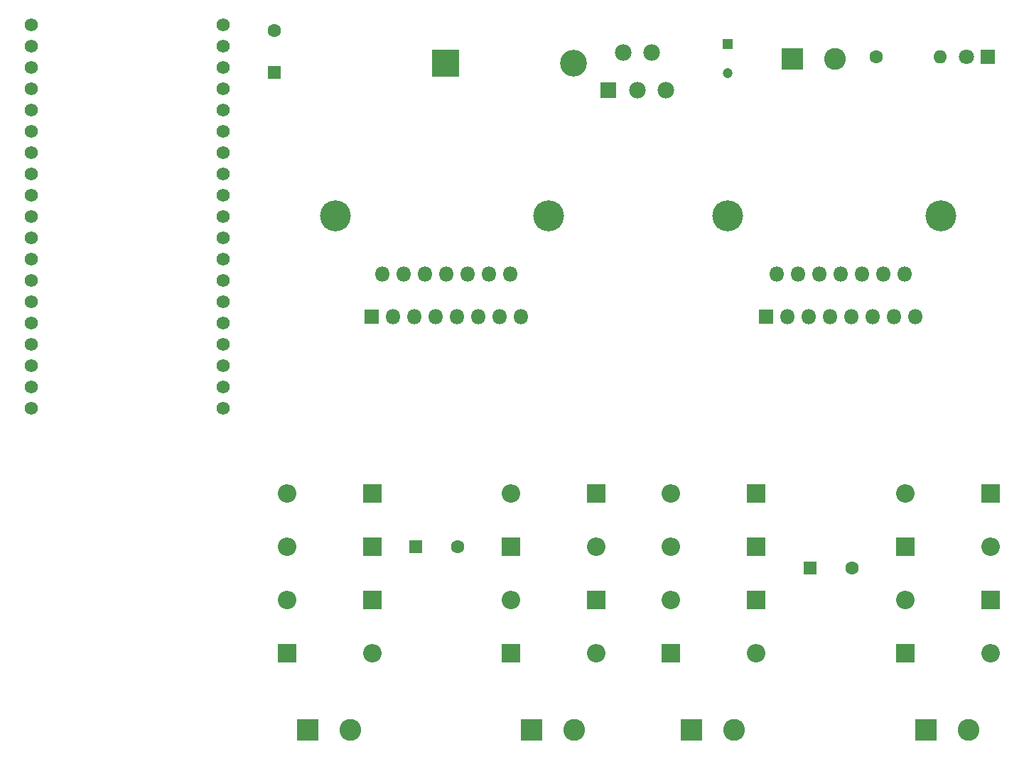
<source format=gbs>
G04 #@! TF.GenerationSoftware,KiCad,Pcbnew,(6.0.5-0)*
G04 #@! TF.CreationDate,2022-09-20T15:19:48+05:30*
G04 #@! TF.ProjectId,FitBot,46697442-6f74-42e6-9b69-6361645f7063,v01*
G04 #@! TF.SameCoordinates,Original*
G04 #@! TF.FileFunction,Soldermask,Bot*
G04 #@! TF.FilePolarity,Negative*
%FSLAX46Y46*%
G04 Gerber Fmt 4.6, Leading zero omitted, Abs format (unit mm)*
G04 Created by KiCad (PCBNEW (6.0.5-0)) date 2022-09-20 15:19:48*
%MOMM*%
%LPD*%
G01*
G04 APERTURE LIST*
%ADD10C,1.560000*%
%ADD11R,2.200000X2.200000*%
%ADD12O,2.200000X2.200000*%
%ADD13R,2.600000X2.600000*%
%ADD14C,2.600000*%
%ADD15R,1.800000X1.800000*%
%ADD16O,1.800000X1.800000*%
%ADD17C,1.600000*%
%ADD18O,1.600000X1.600000*%
%ADD19R,1.981200X1.981200*%
%ADD20C,1.981200*%
%ADD21C,1.200000*%
%ADD22R,1.200000X1.200000*%
%ADD23C,3.686000*%
%ADD24R,1.600000X1.600000*%
%ADD25C,1.800000*%
%ADD26R,3.200000X3.200000*%
%ADD27O,3.200000X3.200000*%
G04 APERTURE END LIST*
D10*
G04 #@! TO.C,U2*
X62230000Y-85090000D03*
X62230000Y-82550000D03*
X62230000Y-80010000D03*
X62230000Y-77470000D03*
X62230000Y-74930000D03*
X62230000Y-72390000D03*
X62230000Y-69850000D03*
X62230000Y-67310000D03*
X62230000Y-64770000D03*
X62230000Y-62230000D03*
X62230000Y-59690000D03*
X62230000Y-57150000D03*
X62230000Y-54610000D03*
X62230000Y-52070000D03*
X62230000Y-49530000D03*
X62230000Y-46990000D03*
X62230000Y-44450000D03*
X62230000Y-41910000D03*
X62230000Y-39370000D03*
X39370000Y-39370000D03*
X39370000Y-41910000D03*
X39370000Y-44450000D03*
X39370000Y-46990000D03*
X39370000Y-49530000D03*
X39370000Y-52070000D03*
X39370000Y-54610000D03*
X39370000Y-57150000D03*
X39370000Y-59690000D03*
X39370000Y-62230000D03*
X39370000Y-64770000D03*
X39370000Y-67310000D03*
X39370000Y-69850000D03*
X39370000Y-72390000D03*
X39370000Y-74930000D03*
X39370000Y-77470000D03*
X39370000Y-80010000D03*
X39370000Y-82550000D03*
X39370000Y-85090000D03*
G04 #@! TD*
D11*
G04 #@! TO.C,D16*
X153670000Y-95250000D03*
D12*
X143510000Y-95250000D03*
G04 #@! TD*
D13*
G04 #@! TO.C,J3*
X99055000Y-123495000D03*
D14*
X104135000Y-123495000D03*
G04 #@! TD*
D15*
G04 #@! TO.C,U3*
X126995000Y-74185000D03*
D16*
X128265000Y-69105000D03*
X129535000Y-74185000D03*
X130805000Y-69105000D03*
X132075000Y-74185000D03*
X133345000Y-69105000D03*
X134615000Y-74185000D03*
X135885000Y-69105000D03*
X137155000Y-74185000D03*
X138425000Y-69105000D03*
X139695000Y-74185000D03*
X140965000Y-69105000D03*
X142235000Y-74185000D03*
X143505000Y-69105000D03*
X144775000Y-74185000D03*
G04 #@! TD*
D11*
G04 #@! TO.C,D15*
X143510000Y-101600000D03*
D12*
X153670000Y-101600000D03*
G04 #@! TD*
D11*
G04 #@! TO.C,D14*
X125730000Y-95250000D03*
D12*
X115570000Y-95250000D03*
G04 #@! TD*
D11*
G04 #@! TO.C,D7*
X96520000Y-101600000D03*
D12*
X106680000Y-101600000D03*
G04 #@! TD*
D11*
G04 #@! TO.C,D2*
X69850000Y-114300000D03*
D12*
X80010000Y-114300000D03*
G04 #@! TD*
D17*
G04 #@! TO.C,R1*
X140060000Y-43180000D03*
D18*
X147680000Y-43180000D03*
G04 #@! TD*
D13*
G04 #@! TO.C,J2*
X72385000Y-123495000D03*
D14*
X77465000Y-123495000D03*
G04 #@! TD*
D11*
G04 #@! TO.C,D10*
X115570000Y-114300000D03*
D12*
X125730000Y-114300000D03*
G04 #@! TD*
D11*
G04 #@! TO.C,D13*
X125730000Y-101600000D03*
D12*
X115570000Y-101600000D03*
G04 #@! TD*
D11*
G04 #@! TO.C,D1*
X80010000Y-107950000D03*
D12*
X69850000Y-107950000D03*
G04 #@! TD*
D15*
G04 #@! TO.C,U4*
X80005000Y-74185000D03*
D16*
X81275000Y-69105000D03*
X82545000Y-74185000D03*
X83815000Y-69105000D03*
X85085000Y-74185000D03*
X86355000Y-69105000D03*
X87625000Y-74185000D03*
X88895000Y-69105000D03*
X90165000Y-74185000D03*
X91435000Y-69105000D03*
X92705000Y-74185000D03*
X93975000Y-69105000D03*
X95245000Y-74185000D03*
X96515000Y-69105000D03*
X97785000Y-74185000D03*
G04 #@! TD*
D11*
G04 #@! TO.C,D8*
X106680000Y-95250000D03*
D12*
X96520000Y-95250000D03*
G04 #@! TD*
D11*
G04 #@! TO.C,D11*
X153670000Y-107950000D03*
D12*
X143510000Y-107950000D03*
G04 #@! TD*
D19*
G04 #@! TO.C,U1*
X108200000Y-47160400D03*
D20*
X109901800Y-42690000D03*
X111603600Y-47160400D03*
X113305400Y-42690000D03*
X115007200Y-47160400D03*
G04 #@! TD*
D11*
G04 #@! TO.C,D5*
X80010000Y-101600000D03*
D12*
X69850000Y-101600000D03*
G04 #@! TD*
D11*
G04 #@! TO.C,D9*
X125730000Y-107950000D03*
D12*
X115570000Y-107950000D03*
G04 #@! TD*
D21*
G04 #@! TO.C,C1*
X122370000Y-45190000D03*
D22*
X122370000Y-41690000D03*
G04 #@! TD*
D13*
G04 #@! TO.C,J1*
X130075000Y-43495000D03*
D14*
X135155000Y-43495000D03*
G04 #@! TD*
D23*
G04 #@! TO.C,REF\u002A\u002A*
X122420000Y-62190000D03*
X147820000Y-62190000D03*
G04 #@! TD*
D11*
G04 #@! TO.C,D6*
X80010000Y-95250000D03*
D12*
X69850000Y-95250000D03*
G04 #@! TD*
D24*
G04 #@! TO.C,C2*
X68370000Y-45092651D03*
D17*
X68370000Y-40092651D03*
G04 #@! TD*
D15*
G04 #@! TO.C,D18*
X153395000Y-43180000D03*
D25*
X150855000Y-43180000D03*
G04 #@! TD*
D11*
G04 #@! TO.C,D3*
X106680000Y-107950000D03*
D12*
X96520000Y-107950000D03*
G04 #@! TD*
D13*
G04 #@! TO.C,J4*
X118105000Y-123495000D03*
D14*
X123185000Y-123495000D03*
G04 #@! TD*
D26*
G04 #@! TO.C,D17*
X88750000Y-43940000D03*
D27*
X103990000Y-43940000D03*
G04 #@! TD*
D24*
G04 #@! TO.C,C3*
X85227349Y-101600000D03*
D17*
X90227349Y-101600000D03*
G04 #@! TD*
D11*
G04 #@! TO.C,D4*
X96520000Y-114300000D03*
D12*
X106680000Y-114300000D03*
G04 #@! TD*
D13*
G04 #@! TO.C,J5*
X146045000Y-123495000D03*
D14*
X151125000Y-123495000D03*
G04 #@! TD*
D24*
G04 #@! TO.C,C4*
X132217349Y-104140000D03*
D17*
X137217349Y-104140000D03*
G04 #@! TD*
D23*
G04 #@! TO.C,REF\u002A\u002A*
X75670000Y-62190000D03*
X101070000Y-62190000D03*
G04 #@! TD*
D11*
G04 #@! TO.C,D12*
X143510000Y-114300000D03*
D12*
X153670000Y-114300000D03*
G04 #@! TD*
M02*

</source>
